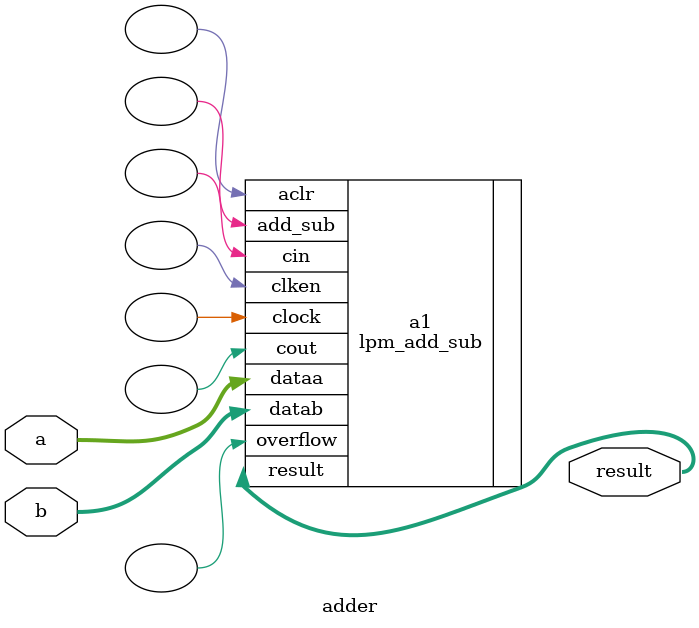
<source format=sv>
module adder (
    input  logic signed [7:0] a,b,
    output logic signed [7:0] result
);

(* keep *) lpm_add_sub a1 (
    .dataa  (a),
    .datab  (b),
    .result (result),
    .aclr   (),
    .add_sub(),
    .cin    (),
    .clken  (),
    .clock  (),
    .cout   (),
    .overflow()
);
	defparam
		a1.lpm_direction      = "ADD",
		a1.lpm_hint           = "ONE_INPUT_IS_CONSTANT=NO,CIN_USED=NO",
		a1.lpm_representation = "SIGNED",
		a1.lpm_type           = "LPM_ADD_SUB",
		a1.lpm_width          = 8;

//assign result = a + b;

endmodule

</source>
